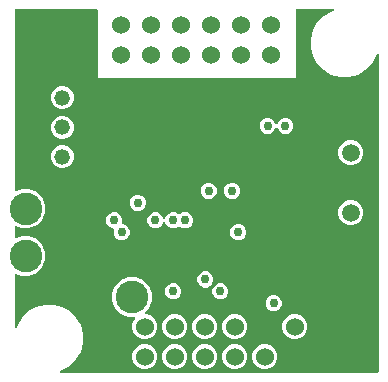
<source format=gbr>
G04 EAGLE Gerber RS-274X export*
G75*
%MOMM*%
%FSLAX34Y34*%
%LPD*%
%INCopper Layer 15*%
%IPPOS*%
%AMOC8*
5,1,8,0,0,1.08239X$1,22.5*%
G01*
%ADD10C,1.320800*%
%ADD11C,1.508000*%
%ADD12C,2.760000*%
%ADD13C,1.524000*%
%ADD14C,0.756400*%

G36*
X318142Y10932D02*
X318142Y10932D01*
X318206Y10931D01*
X318281Y10952D01*
X318357Y10963D01*
X318416Y10989D01*
X318478Y11006D01*
X318544Y11047D01*
X318614Y11079D01*
X318663Y11121D01*
X318718Y11154D01*
X318770Y11212D01*
X318828Y11262D01*
X318864Y11316D01*
X318907Y11364D01*
X318940Y11433D01*
X318983Y11498D01*
X319002Y11560D01*
X319030Y11617D01*
X319041Y11687D01*
X319065Y11768D01*
X319066Y11853D01*
X319077Y11922D01*
X319077Y280191D01*
X319076Y280202D01*
X319077Y280213D01*
X319056Y280342D01*
X319037Y280471D01*
X319033Y280480D01*
X319031Y280491D01*
X318975Y280609D01*
X318921Y280727D01*
X318914Y280736D01*
X318910Y280745D01*
X318822Y280843D01*
X318738Y280942D01*
X318729Y280948D01*
X318722Y280956D01*
X318611Y281025D01*
X318502Y281096D01*
X318492Y281099D01*
X318482Y281105D01*
X318357Y281140D01*
X318232Y281179D01*
X318221Y281179D01*
X318211Y281182D01*
X318080Y281181D01*
X317950Y281182D01*
X317940Y281179D01*
X317929Y281179D01*
X317805Y281142D01*
X317678Y281107D01*
X317669Y281101D01*
X317659Y281098D01*
X317550Y281028D01*
X317438Y280959D01*
X317431Y280951D01*
X317422Y280945D01*
X317337Y280847D01*
X317249Y280750D01*
X317245Y280740D01*
X317238Y280732D01*
X317205Y280658D01*
X317126Y280496D01*
X317123Y280472D01*
X317113Y280450D01*
X316708Y278937D01*
X312934Y272402D01*
X307598Y267066D01*
X301063Y263292D01*
X293773Y261339D01*
X286227Y261339D01*
X278937Y263292D01*
X272402Y267066D01*
X267066Y272402D01*
X263292Y278937D01*
X261339Y286227D01*
X261339Y293773D01*
X263292Y301063D01*
X267066Y307598D01*
X272402Y312934D01*
X278937Y316708D01*
X280450Y317113D01*
X280460Y317117D01*
X280471Y317119D01*
X280589Y317172D01*
X280709Y317224D01*
X280718Y317230D01*
X280727Y317235D01*
X280827Y317320D01*
X280927Y317402D01*
X280933Y317411D01*
X280942Y317418D01*
X281014Y317528D01*
X281087Y317635D01*
X281090Y317645D01*
X281096Y317654D01*
X281134Y317779D01*
X281175Y317903D01*
X281175Y317914D01*
X281179Y317924D01*
X281180Y318054D01*
X281185Y318185D01*
X281182Y318195D01*
X281182Y318206D01*
X281148Y318332D01*
X281115Y318458D01*
X281110Y318467D01*
X281107Y318478D01*
X281039Y318589D01*
X280972Y318701D01*
X280965Y318708D01*
X280959Y318718D01*
X280862Y318805D01*
X280767Y318895D01*
X280758Y318899D01*
X280750Y318907D01*
X280633Y318963D01*
X280516Y319023D01*
X280506Y319025D01*
X280496Y319030D01*
X280417Y319042D01*
X280239Y319076D01*
X280215Y319074D01*
X280191Y319077D01*
X250000Y319077D01*
X249936Y319068D01*
X249872Y319069D01*
X249797Y319048D01*
X249721Y319037D01*
X249662Y319011D01*
X249600Y318994D01*
X249534Y318953D01*
X249464Y318921D01*
X249415Y318879D01*
X249360Y318846D01*
X249308Y318788D01*
X249250Y318738D01*
X249214Y318684D01*
X249171Y318636D01*
X249138Y318567D01*
X249095Y318502D01*
X249076Y318440D01*
X249048Y318383D01*
X249037Y318313D01*
X249013Y318232D01*
X249012Y318147D01*
X249001Y318078D01*
X249001Y260999D01*
X80999Y260999D01*
X80999Y318078D01*
X80990Y318142D01*
X80991Y318206D01*
X80970Y318281D01*
X80959Y318357D01*
X80933Y318416D01*
X80916Y318478D01*
X80875Y318544D01*
X80843Y318614D01*
X80801Y318663D01*
X80768Y318718D01*
X80710Y318770D01*
X80660Y318828D01*
X80606Y318864D01*
X80558Y318907D01*
X80489Y318940D01*
X80424Y318983D01*
X80362Y319002D01*
X80305Y319030D01*
X80235Y319041D01*
X80154Y319065D01*
X80069Y319066D01*
X80000Y319077D01*
X11922Y319077D01*
X11858Y319068D01*
X11794Y319069D01*
X11719Y319048D01*
X11643Y319037D01*
X11584Y319011D01*
X11522Y318994D01*
X11456Y318953D01*
X11386Y318921D01*
X11337Y318879D01*
X11282Y318846D01*
X11230Y318788D01*
X11172Y318738D01*
X11136Y318684D01*
X11093Y318636D01*
X11060Y318567D01*
X11017Y318502D01*
X10998Y318440D01*
X10970Y318383D01*
X10959Y318313D01*
X10935Y318232D01*
X10934Y318147D01*
X10923Y318078D01*
X10923Y165921D01*
X10939Y165803D01*
X10951Y165685D01*
X10959Y165664D01*
X10963Y165641D01*
X11011Y165533D01*
X11055Y165423D01*
X11069Y165405D01*
X11079Y165384D01*
X11156Y165294D01*
X11229Y165201D01*
X11247Y165187D01*
X11262Y165170D01*
X11362Y165105D01*
X11458Y165036D01*
X11479Y165028D01*
X11498Y165016D01*
X11612Y164981D01*
X11723Y164941D01*
X11746Y164940D01*
X11768Y164933D01*
X11886Y164932D01*
X12005Y164925D01*
X12026Y164930D01*
X12050Y164929D01*
X12229Y164979D01*
X12304Y164997D01*
X16658Y166801D01*
X23342Y166801D01*
X29517Y164243D01*
X34243Y159517D01*
X36801Y153342D01*
X36801Y146658D01*
X34243Y140483D01*
X29517Y135757D01*
X23342Y133199D01*
X16658Y133199D01*
X12304Y135003D01*
X12190Y135032D01*
X12076Y135067D01*
X12053Y135067D01*
X12031Y135073D01*
X11913Y135069D01*
X11794Y135071D01*
X11772Y135064D01*
X11749Y135064D01*
X11637Y135027D01*
X11522Y134995D01*
X11503Y134983D01*
X11481Y134976D01*
X11383Y134910D01*
X11282Y134847D01*
X11267Y134830D01*
X11248Y134817D01*
X11173Y134726D01*
X11093Y134638D01*
X11083Y134617D01*
X11069Y134600D01*
X11022Y134491D01*
X10970Y134384D01*
X10967Y134363D01*
X10957Y134341D01*
X10935Y134156D01*
X10923Y134079D01*
X10923Y125921D01*
X10939Y125803D01*
X10951Y125685D01*
X10959Y125664D01*
X10963Y125641D01*
X11011Y125533D01*
X11055Y125423D01*
X11069Y125405D01*
X11079Y125384D01*
X11156Y125294D01*
X11229Y125201D01*
X11247Y125187D01*
X11262Y125170D01*
X11362Y125105D01*
X11458Y125036D01*
X11479Y125028D01*
X11498Y125016D01*
X11612Y124981D01*
X11723Y124941D01*
X11746Y124940D01*
X11768Y124933D01*
X11886Y124932D01*
X12005Y124925D01*
X12026Y124930D01*
X12050Y124929D01*
X12229Y124979D01*
X12304Y124997D01*
X16658Y126801D01*
X23342Y126801D01*
X29517Y124243D01*
X34243Y119517D01*
X36801Y113342D01*
X36801Y106658D01*
X34243Y100483D01*
X29517Y95757D01*
X23342Y93199D01*
X16658Y93199D01*
X12304Y95003D01*
X12190Y95032D01*
X12076Y95067D01*
X12053Y95067D01*
X12031Y95073D01*
X11913Y95069D01*
X11794Y95071D01*
X11772Y95064D01*
X11749Y95064D01*
X11637Y95027D01*
X11522Y94995D01*
X11503Y94983D01*
X11481Y94976D01*
X11383Y94910D01*
X11282Y94847D01*
X11267Y94830D01*
X11248Y94817D01*
X11173Y94726D01*
X11093Y94638D01*
X11083Y94617D01*
X11069Y94600D01*
X11022Y94491D01*
X10970Y94384D01*
X10967Y94363D01*
X10957Y94341D01*
X10935Y94156D01*
X10923Y94079D01*
X10923Y49809D01*
X10924Y49798D01*
X10923Y49787D01*
X10944Y49658D01*
X10963Y49529D01*
X10967Y49520D01*
X10969Y49509D01*
X11025Y49391D01*
X11079Y49273D01*
X11086Y49264D01*
X11090Y49255D01*
X11178Y49157D01*
X11262Y49058D01*
X11271Y49052D01*
X11278Y49044D01*
X11389Y48975D01*
X11498Y48904D01*
X11508Y48901D01*
X11518Y48895D01*
X11643Y48860D01*
X11768Y48821D01*
X11779Y48821D01*
X11789Y48818D01*
X11920Y48819D01*
X12050Y48818D01*
X12060Y48821D01*
X12071Y48821D01*
X12195Y48858D01*
X12322Y48893D01*
X12331Y48899D01*
X12341Y48902D01*
X12450Y48972D01*
X12562Y49041D01*
X12569Y49049D01*
X12578Y49055D01*
X12663Y49153D01*
X12751Y49250D01*
X12755Y49260D01*
X12762Y49268D01*
X12795Y49342D01*
X12874Y49504D01*
X12877Y49528D01*
X12887Y49550D01*
X13292Y51063D01*
X17066Y57598D01*
X22402Y62934D01*
X28937Y66708D01*
X36227Y68661D01*
X43773Y68661D01*
X51063Y66708D01*
X57598Y62934D01*
X62934Y57598D01*
X66708Y51063D01*
X68661Y43773D01*
X68661Y36227D01*
X66708Y28937D01*
X62934Y22402D01*
X57598Y17066D01*
X51063Y13292D01*
X49550Y12887D01*
X49540Y12883D01*
X49529Y12881D01*
X49411Y12828D01*
X49291Y12776D01*
X49282Y12770D01*
X49273Y12765D01*
X49173Y12680D01*
X49073Y12598D01*
X49067Y12589D01*
X49058Y12582D01*
X48986Y12472D01*
X48913Y12365D01*
X48910Y12355D01*
X48904Y12346D01*
X48866Y12221D01*
X48825Y12097D01*
X48825Y12086D01*
X48821Y12076D01*
X48820Y11946D01*
X48815Y11815D01*
X48818Y11805D01*
X48818Y11794D01*
X48852Y11668D01*
X48885Y11542D01*
X48890Y11533D01*
X48893Y11522D01*
X48961Y11411D01*
X49028Y11299D01*
X49035Y11292D01*
X49041Y11282D01*
X49138Y11195D01*
X49233Y11105D01*
X49242Y11101D01*
X49250Y11093D01*
X49367Y11037D01*
X49484Y10977D01*
X49494Y10975D01*
X49504Y10970D01*
X49583Y10958D01*
X49761Y10924D01*
X49785Y10926D01*
X49809Y10923D01*
X318078Y10923D01*
X318142Y10932D01*
G37*
%LPC*%
G36*
X118887Y39379D02*
X118887Y39379D01*
X114984Y40996D01*
X111996Y43984D01*
X110379Y47887D01*
X110379Y52113D01*
X111996Y56016D01*
X112473Y56493D01*
X112493Y56519D01*
X112517Y56540D01*
X112577Y56632D01*
X112643Y56719D01*
X112654Y56749D01*
X112672Y56776D01*
X112704Y56881D01*
X112742Y56983D01*
X112745Y57015D01*
X112754Y57046D01*
X112756Y57155D01*
X112764Y57264D01*
X112757Y57296D01*
X112758Y57328D01*
X112729Y57433D01*
X112706Y57540D01*
X112691Y57569D01*
X112683Y57600D01*
X112625Y57693D01*
X112574Y57789D01*
X112552Y57812D01*
X112535Y57840D01*
X112453Y57913D01*
X112377Y57991D01*
X112349Y58007D01*
X112325Y58029D01*
X112227Y58076D01*
X112132Y58130D01*
X112100Y58138D01*
X112071Y58152D01*
X111982Y58166D01*
X111857Y58195D01*
X111809Y58193D01*
X111767Y58199D01*
X106658Y58199D01*
X100483Y60757D01*
X95757Y65483D01*
X93199Y71658D01*
X93199Y78342D01*
X95757Y84517D01*
X100483Y89243D01*
X106658Y91801D01*
X113342Y91801D01*
X119517Y89243D01*
X124243Y84517D01*
X126801Y78342D01*
X126801Y71658D01*
X124243Y65483D01*
X121086Y62327D01*
X121067Y62301D01*
X121043Y62280D01*
X120983Y62188D01*
X120917Y62101D01*
X120906Y62071D01*
X120888Y62044D01*
X120856Y61939D01*
X120818Y61837D01*
X120815Y61805D01*
X120806Y61774D01*
X120804Y61665D01*
X120796Y61556D01*
X120802Y61524D01*
X120802Y61492D01*
X120831Y61387D01*
X120853Y61280D01*
X120868Y61251D01*
X120877Y61220D01*
X120935Y61127D01*
X120986Y61031D01*
X121008Y61008D01*
X121025Y60980D01*
X121106Y60907D01*
X121183Y60829D01*
X121211Y60813D01*
X121235Y60791D01*
X121333Y60744D01*
X121428Y60690D01*
X121459Y60682D01*
X121488Y60668D01*
X121578Y60654D01*
X121702Y60625D01*
X121751Y60627D01*
X121793Y60621D01*
X123113Y60621D01*
X127016Y59004D01*
X130004Y56016D01*
X131621Y52113D01*
X131621Y47887D01*
X130004Y43984D01*
X127016Y40996D01*
X123113Y39379D01*
X118887Y39379D01*
G37*
%LPD*%
%LPC*%
G36*
X128651Y133217D02*
X128651Y133217D01*
X126158Y134250D01*
X124250Y136158D01*
X123217Y138651D01*
X123217Y141349D01*
X124250Y143842D01*
X126158Y145750D01*
X128651Y146783D01*
X131349Y146783D01*
X133842Y145750D01*
X135750Y143842D01*
X136577Y141846D01*
X136593Y141818D01*
X136603Y141788D01*
X136665Y141698D01*
X136720Y141604D01*
X136744Y141582D01*
X136762Y141555D01*
X136847Y141485D01*
X136926Y141411D01*
X136955Y141396D01*
X136980Y141376D01*
X137080Y141332D01*
X137178Y141283D01*
X137209Y141277D01*
X137239Y141264D01*
X137347Y141251D01*
X137455Y141230D01*
X137487Y141234D01*
X137519Y141230D01*
X137627Y141247D01*
X137735Y141258D01*
X137765Y141270D01*
X137797Y141275D01*
X137896Y141322D01*
X137997Y141362D01*
X138023Y141382D01*
X138052Y141396D01*
X138134Y141468D01*
X138220Y141536D01*
X138239Y141562D01*
X138263Y141583D01*
X138310Y141660D01*
X138385Y141764D01*
X138401Y141810D01*
X138423Y141846D01*
X139250Y143842D01*
X141158Y145750D01*
X143651Y146783D01*
X146349Y146783D01*
X148842Y145750D01*
X149293Y145299D01*
X149345Y145260D01*
X149390Y145214D01*
X149457Y145176D01*
X149519Y145130D01*
X149579Y145107D01*
X149635Y145075D01*
X149710Y145057D01*
X149783Y145030D01*
X149847Y145025D01*
X149909Y145010D01*
X149987Y145014D01*
X150064Y145008D01*
X150127Y145021D01*
X150191Y145025D01*
X150264Y145050D01*
X150340Y145066D01*
X150397Y145096D01*
X150458Y145117D01*
X150514Y145158D01*
X150589Y145198D01*
X150650Y145257D01*
X150707Y145299D01*
X151158Y145750D01*
X153651Y146783D01*
X156349Y146783D01*
X158842Y145750D01*
X160750Y143842D01*
X161783Y141349D01*
X161783Y138651D01*
X160750Y136158D01*
X158842Y134250D01*
X156349Y133217D01*
X153651Y133217D01*
X151158Y134250D01*
X150707Y134701D01*
X150655Y134740D01*
X150610Y134786D01*
X150543Y134824D01*
X150481Y134870D01*
X150421Y134893D01*
X150365Y134925D01*
X150290Y134943D01*
X150217Y134970D01*
X150153Y134975D01*
X150090Y134990D01*
X150013Y134986D01*
X149936Y134992D01*
X149873Y134979D01*
X149809Y134975D01*
X149736Y134950D01*
X149660Y134934D01*
X149603Y134904D01*
X149542Y134883D01*
X149486Y134842D01*
X149411Y134802D01*
X149350Y134743D01*
X149293Y134701D01*
X148842Y134250D01*
X146349Y133217D01*
X143651Y133217D01*
X141158Y134250D01*
X139250Y136158D01*
X138423Y138154D01*
X138407Y138181D01*
X138397Y138212D01*
X138335Y138303D01*
X138280Y138396D01*
X138256Y138418D01*
X138238Y138445D01*
X138154Y138515D01*
X138074Y138589D01*
X138045Y138604D01*
X138020Y138624D01*
X137920Y138668D01*
X137822Y138717D01*
X137791Y138723D01*
X137761Y138736D01*
X137653Y138749D01*
X137545Y138770D01*
X137513Y138766D01*
X137481Y138770D01*
X137373Y138753D01*
X137265Y138742D01*
X137235Y138730D01*
X137203Y138725D01*
X137104Y138678D01*
X137003Y138638D01*
X136977Y138618D01*
X136948Y138604D01*
X136866Y138532D01*
X136780Y138464D01*
X136761Y138438D01*
X136737Y138417D01*
X136690Y138340D01*
X136615Y138236D01*
X136599Y138190D01*
X136577Y138154D01*
X135750Y136158D01*
X133842Y134250D01*
X131349Y133217D01*
X128651Y133217D01*
G37*
%LPD*%
%LPC*%
G36*
X169687Y13979D02*
X169687Y13979D01*
X165784Y15596D01*
X162796Y18584D01*
X161179Y22487D01*
X161179Y26713D01*
X162796Y30616D01*
X165784Y33604D01*
X169687Y35221D01*
X173913Y35221D01*
X177816Y33604D01*
X180804Y30616D01*
X182421Y26713D01*
X182421Y22487D01*
X180804Y18584D01*
X177816Y15596D01*
X173913Y13979D01*
X169687Y13979D01*
G37*
%LPD*%
%LPC*%
G36*
X245887Y39379D02*
X245887Y39379D01*
X241984Y40996D01*
X238996Y43984D01*
X237379Y47887D01*
X237379Y52113D01*
X238996Y56016D01*
X241984Y59004D01*
X245887Y60621D01*
X250113Y60621D01*
X254016Y59004D01*
X257004Y56016D01*
X258621Y52113D01*
X258621Y47887D01*
X257004Y43984D01*
X254016Y40996D01*
X250113Y39379D01*
X245887Y39379D01*
G37*
%LPD*%
%LPC*%
G36*
X195087Y39379D02*
X195087Y39379D01*
X191184Y40996D01*
X188196Y43984D01*
X186579Y47887D01*
X186579Y52113D01*
X188196Y56016D01*
X191184Y59004D01*
X195087Y60621D01*
X199313Y60621D01*
X203216Y59004D01*
X206204Y56016D01*
X207821Y52113D01*
X207821Y47887D01*
X206204Y43984D01*
X203216Y40996D01*
X199313Y39379D01*
X195087Y39379D01*
G37*
%LPD*%
%LPC*%
G36*
X195087Y13979D02*
X195087Y13979D01*
X191184Y15596D01*
X188196Y18584D01*
X186579Y22487D01*
X186579Y26713D01*
X188196Y30616D01*
X191184Y33604D01*
X195087Y35221D01*
X199313Y35221D01*
X203216Y33604D01*
X206204Y30616D01*
X207821Y26713D01*
X207821Y22487D01*
X206204Y18584D01*
X203216Y15596D01*
X199313Y13979D01*
X195087Y13979D01*
G37*
%LPD*%
%LPC*%
G36*
X220487Y13979D02*
X220487Y13979D01*
X216584Y15596D01*
X213596Y18584D01*
X211979Y22487D01*
X211979Y26713D01*
X213596Y30616D01*
X216584Y33604D01*
X220487Y35221D01*
X224713Y35221D01*
X228616Y33604D01*
X231604Y30616D01*
X233221Y26713D01*
X233221Y22487D01*
X231604Y18584D01*
X228616Y15596D01*
X224713Y13979D01*
X220487Y13979D01*
G37*
%LPD*%
%LPC*%
G36*
X118887Y13979D02*
X118887Y13979D01*
X114984Y15596D01*
X111996Y18584D01*
X110379Y22487D01*
X110379Y26713D01*
X111996Y30616D01*
X114984Y33604D01*
X118887Y35221D01*
X123113Y35221D01*
X127016Y33604D01*
X130004Y30616D01*
X131621Y26713D01*
X131621Y22487D01*
X130004Y18584D01*
X127016Y15596D01*
X123113Y13979D01*
X118887Y13979D01*
G37*
%LPD*%
%LPC*%
G36*
X144287Y39379D02*
X144287Y39379D01*
X140384Y40996D01*
X137396Y43984D01*
X135779Y47887D01*
X135779Y52113D01*
X137396Y56016D01*
X140384Y59004D01*
X144287Y60621D01*
X148513Y60621D01*
X152416Y59004D01*
X155404Y56016D01*
X157021Y52113D01*
X157021Y47887D01*
X155404Y43984D01*
X152416Y40996D01*
X148513Y39379D01*
X144287Y39379D01*
G37*
%LPD*%
%LPC*%
G36*
X169687Y39379D02*
X169687Y39379D01*
X165784Y40996D01*
X162796Y43984D01*
X161179Y47887D01*
X161179Y52113D01*
X162796Y56016D01*
X165784Y59004D01*
X169687Y60621D01*
X173913Y60621D01*
X177816Y59004D01*
X180804Y56016D01*
X182421Y52113D01*
X182421Y47887D01*
X180804Y43984D01*
X177816Y40996D01*
X173913Y39379D01*
X169687Y39379D01*
G37*
%LPD*%
%LPC*%
G36*
X144287Y13979D02*
X144287Y13979D01*
X140384Y15596D01*
X137396Y18584D01*
X135779Y22487D01*
X135779Y26713D01*
X137396Y30616D01*
X140384Y33604D01*
X144287Y35221D01*
X148513Y35221D01*
X152416Y33604D01*
X155404Y30616D01*
X157021Y26713D01*
X157021Y22487D01*
X155404Y18584D01*
X152416Y15596D01*
X148513Y13979D01*
X144287Y13979D01*
G37*
%LPD*%
%LPC*%
G36*
X293403Y186859D02*
X293403Y186859D01*
X289529Y188464D01*
X286564Y191429D01*
X284959Y195303D01*
X284959Y199497D01*
X286564Y203371D01*
X289529Y206336D01*
X293403Y207941D01*
X297597Y207941D01*
X301471Y206336D01*
X304436Y203371D01*
X306041Y199497D01*
X306041Y195303D01*
X304436Y191429D01*
X301471Y188464D01*
X297597Y186859D01*
X293403Y186859D01*
G37*
%LPD*%
%LPC*%
G36*
X293403Y136059D02*
X293403Y136059D01*
X289529Y137664D01*
X286564Y140629D01*
X284959Y144503D01*
X284959Y148697D01*
X286564Y152571D01*
X289529Y155536D01*
X293403Y157141D01*
X297597Y157141D01*
X301471Y155536D01*
X304436Y152571D01*
X306041Y148697D01*
X306041Y144503D01*
X304436Y140629D01*
X301471Y137664D01*
X297597Y136059D01*
X293403Y136059D01*
G37*
%LPD*%
%LPC*%
G36*
X223651Y213217D02*
X223651Y213217D01*
X221158Y214250D01*
X219250Y216158D01*
X218217Y218651D01*
X218217Y221349D01*
X219250Y223842D01*
X221158Y225750D01*
X223651Y226783D01*
X226349Y226783D01*
X228842Y225750D01*
X230750Y223842D01*
X231577Y221846D01*
X231593Y221818D01*
X231603Y221788D01*
X231665Y221698D01*
X231720Y221604D01*
X231744Y221582D01*
X231762Y221555D01*
X231847Y221485D01*
X231926Y221411D01*
X231955Y221396D01*
X231980Y221376D01*
X232080Y221332D01*
X232178Y221283D01*
X232209Y221277D01*
X232239Y221264D01*
X232347Y221251D01*
X232455Y221230D01*
X232487Y221234D01*
X232519Y221230D01*
X232627Y221247D01*
X232735Y221258D01*
X232765Y221270D01*
X232797Y221275D01*
X232896Y221322D01*
X232997Y221362D01*
X233023Y221382D01*
X233052Y221396D01*
X233134Y221468D01*
X233220Y221536D01*
X233239Y221562D01*
X233263Y221583D01*
X233310Y221660D01*
X233385Y221764D01*
X233401Y221810D01*
X233423Y221846D01*
X234250Y223842D01*
X236158Y225750D01*
X238651Y226783D01*
X241349Y226783D01*
X243842Y225750D01*
X245750Y223842D01*
X246783Y221349D01*
X246783Y218651D01*
X245750Y216158D01*
X243842Y214250D01*
X241349Y213217D01*
X238651Y213217D01*
X236158Y214250D01*
X234250Y216158D01*
X233423Y218154D01*
X233419Y218160D01*
X233417Y218167D01*
X233405Y218188D01*
X233397Y218212D01*
X233335Y218303D01*
X233280Y218396D01*
X233271Y218405D01*
X233269Y218407D01*
X233255Y218420D01*
X233238Y218445D01*
X233154Y218515D01*
X233074Y218589D01*
X233045Y218604D01*
X233020Y218624D01*
X232920Y218668D01*
X232822Y218717D01*
X232791Y218723D01*
X232761Y218736D01*
X232653Y218749D01*
X232545Y218770D01*
X232513Y218766D01*
X232481Y218770D01*
X232373Y218753D01*
X232265Y218742D01*
X232235Y218730D01*
X232203Y218725D01*
X232104Y218678D01*
X232003Y218638D01*
X231977Y218618D01*
X231948Y218604D01*
X231866Y218532D01*
X231780Y218464D01*
X231762Y218440D01*
X231748Y218427D01*
X231747Y218425D01*
X231737Y218417D01*
X231690Y218340D01*
X231615Y218236D01*
X231607Y218211D01*
X231594Y218191D01*
X231587Y218171D01*
X231577Y218154D01*
X230750Y216158D01*
X228842Y214250D01*
X226349Y213217D01*
X223651Y213217D01*
G37*
%LPD*%
%LPC*%
G36*
X49090Y234433D02*
X49090Y234433D01*
X45559Y235896D01*
X42858Y238597D01*
X41395Y242127D01*
X41395Y245948D01*
X42858Y249479D01*
X45559Y252180D01*
X49090Y253643D01*
X52910Y253643D01*
X56441Y252180D01*
X59142Y249479D01*
X60605Y245948D01*
X60605Y242127D01*
X59142Y238597D01*
X56441Y235896D01*
X52910Y234433D01*
X49090Y234433D01*
G37*
%LPD*%
%LPC*%
G36*
X49090Y209287D02*
X49090Y209287D01*
X45559Y210750D01*
X42858Y213451D01*
X41395Y216981D01*
X41395Y220802D01*
X42858Y224333D01*
X45559Y227034D01*
X49090Y228497D01*
X52910Y228497D01*
X56441Y227034D01*
X59142Y224333D01*
X60605Y220802D01*
X60605Y216981D01*
X59142Y213451D01*
X56441Y210750D01*
X52910Y209287D01*
X49090Y209287D01*
G37*
%LPD*%
%LPC*%
G36*
X49090Y184395D02*
X49090Y184395D01*
X45559Y185858D01*
X42858Y188559D01*
X41395Y192089D01*
X41395Y195910D01*
X42858Y199441D01*
X45559Y202142D01*
X49090Y203605D01*
X52910Y203605D01*
X56441Y202142D01*
X59142Y199441D01*
X60605Y195910D01*
X60605Y192089D01*
X59142Y188559D01*
X56441Y185858D01*
X52910Y184395D01*
X49090Y184395D01*
G37*
%LPD*%
%LPC*%
G36*
X99973Y123217D02*
X99973Y123217D01*
X97480Y124250D01*
X95572Y126158D01*
X94539Y128651D01*
X94539Y131349D01*
X94741Y131836D01*
X94770Y131950D01*
X94805Y132064D01*
X94805Y132087D01*
X94811Y132109D01*
X94807Y132227D01*
X94809Y132346D01*
X94803Y132368D01*
X94802Y132391D01*
X94765Y132503D01*
X94733Y132618D01*
X94721Y132637D01*
X94714Y132659D01*
X94648Y132757D01*
X94585Y132858D01*
X94568Y132873D01*
X94555Y132892D01*
X94464Y132967D01*
X94376Y133047D01*
X94355Y133057D01*
X94338Y133071D01*
X94229Y133118D01*
X94122Y133170D01*
X94101Y133173D01*
X94079Y133183D01*
X93894Y133205D01*
X93818Y133217D01*
X93651Y133217D01*
X91158Y134250D01*
X89250Y136158D01*
X88217Y138651D01*
X88217Y141349D01*
X89250Y143842D01*
X91158Y145750D01*
X93651Y146783D01*
X96349Y146783D01*
X98842Y145750D01*
X100750Y143842D01*
X101783Y141349D01*
X101783Y138651D01*
X101581Y138164D01*
X101552Y138050D01*
X101517Y137936D01*
X101517Y137913D01*
X101511Y137891D01*
X101515Y137773D01*
X101513Y137654D01*
X101519Y137632D01*
X101520Y137609D01*
X101557Y137497D01*
X101589Y137382D01*
X101601Y137363D01*
X101608Y137341D01*
X101674Y137243D01*
X101737Y137142D01*
X101754Y137127D01*
X101767Y137108D01*
X101858Y137033D01*
X101946Y136953D01*
X101967Y136943D01*
X101984Y136929D01*
X102093Y136882D01*
X102200Y136830D01*
X102221Y136827D01*
X102243Y136817D01*
X102428Y136795D01*
X102504Y136783D01*
X102671Y136783D01*
X105164Y135750D01*
X107072Y133842D01*
X108105Y131349D01*
X108105Y128651D01*
X107072Y126158D01*
X105164Y124250D01*
X102671Y123217D01*
X99973Y123217D01*
G37*
%LPD*%
%LPC*%
G36*
X228651Y63217D02*
X228651Y63217D01*
X226158Y64250D01*
X224250Y66158D01*
X223217Y68651D01*
X223217Y71349D01*
X224250Y73842D01*
X226158Y75750D01*
X228651Y76783D01*
X231349Y76783D01*
X233842Y75750D01*
X235750Y73842D01*
X236783Y71349D01*
X236783Y68651D01*
X235750Y66158D01*
X233842Y64250D01*
X231349Y63217D01*
X228651Y63217D01*
G37*
%LPD*%
%LPC*%
G36*
X183651Y73217D02*
X183651Y73217D01*
X181158Y74250D01*
X179250Y76158D01*
X178217Y78651D01*
X178217Y81349D01*
X179250Y83842D01*
X181158Y85750D01*
X183651Y86783D01*
X186349Y86783D01*
X188842Y85750D01*
X190750Y83842D01*
X191783Y81349D01*
X191783Y78651D01*
X190750Y76158D01*
X188842Y74250D01*
X186349Y73217D01*
X183651Y73217D01*
G37*
%LPD*%
%LPC*%
G36*
X143651Y73217D02*
X143651Y73217D01*
X141158Y74250D01*
X139250Y76158D01*
X138217Y78651D01*
X138217Y81349D01*
X139250Y83842D01*
X141158Y85750D01*
X143651Y86783D01*
X146349Y86783D01*
X148842Y85750D01*
X150750Y83842D01*
X151783Y81349D01*
X151783Y78651D01*
X150750Y76158D01*
X148842Y74250D01*
X146349Y73217D01*
X143651Y73217D01*
G37*
%LPD*%
%LPC*%
G36*
X198651Y123217D02*
X198651Y123217D01*
X196158Y124250D01*
X194250Y126158D01*
X193217Y128651D01*
X193217Y131349D01*
X194250Y133842D01*
X196158Y135750D01*
X198651Y136783D01*
X201349Y136783D01*
X203842Y135750D01*
X205750Y133842D01*
X206783Y131349D01*
X206783Y128651D01*
X205750Y126158D01*
X203842Y124250D01*
X201349Y123217D01*
X198651Y123217D01*
G37*
%LPD*%
%LPC*%
G36*
X113651Y148217D02*
X113651Y148217D01*
X111158Y149250D01*
X109250Y151158D01*
X108217Y153651D01*
X108217Y156349D01*
X109250Y158842D01*
X111158Y160750D01*
X113651Y161783D01*
X116349Y161783D01*
X118842Y160750D01*
X120750Y158842D01*
X121783Y156349D01*
X121783Y153651D01*
X120750Y151158D01*
X118842Y149250D01*
X116349Y148217D01*
X113651Y148217D01*
G37*
%LPD*%
%LPC*%
G36*
X173651Y158217D02*
X173651Y158217D01*
X171158Y159250D01*
X169250Y161158D01*
X168217Y163651D01*
X168217Y166349D01*
X169250Y168842D01*
X171158Y170750D01*
X173651Y171783D01*
X176349Y171783D01*
X178842Y170750D01*
X180750Y168842D01*
X181783Y166349D01*
X181783Y163651D01*
X180750Y161158D01*
X178842Y159250D01*
X176349Y158217D01*
X173651Y158217D01*
G37*
%LPD*%
%LPC*%
G36*
X193651Y158217D02*
X193651Y158217D01*
X191158Y159250D01*
X189250Y161158D01*
X188217Y163651D01*
X188217Y166349D01*
X189250Y168842D01*
X191158Y170750D01*
X193651Y171783D01*
X196349Y171783D01*
X198842Y170750D01*
X200750Y168842D01*
X201783Y166349D01*
X201783Y163651D01*
X200750Y161158D01*
X198842Y159250D01*
X196349Y158217D01*
X193651Y158217D01*
G37*
%LPD*%
%LPC*%
G36*
X170951Y83217D02*
X170951Y83217D01*
X168458Y84250D01*
X166550Y86158D01*
X165517Y88651D01*
X165517Y91349D01*
X166550Y93842D01*
X168458Y95750D01*
X170951Y96783D01*
X173649Y96783D01*
X176142Y95750D01*
X178050Y93842D01*
X179083Y91349D01*
X179083Y88651D01*
X178050Y86158D01*
X176142Y84250D01*
X173649Y83217D01*
X170951Y83217D01*
G37*
%LPD*%
D10*
X51000Y194000D03*
X51000Y218892D03*
X51000Y244038D03*
D11*
X295500Y146600D03*
X295500Y172000D03*
X295500Y197400D03*
D12*
X75000Y150000D03*
X20000Y150000D03*
X110000Y75000D03*
X20000Y110000D03*
D13*
X248000Y50000D03*
X248000Y24600D03*
X222600Y50000D03*
X222600Y24600D03*
X197200Y50000D03*
X197200Y24600D03*
X171800Y50000D03*
X171800Y24600D03*
X146400Y50000D03*
X146400Y24600D03*
X121000Y50000D03*
X121000Y24600D03*
X101000Y280000D03*
X101000Y305400D03*
X126400Y280000D03*
X126400Y305400D03*
X151800Y280000D03*
X151800Y305400D03*
X177200Y280000D03*
X177200Y305400D03*
X202600Y280000D03*
X202600Y305400D03*
X228000Y280000D03*
X228000Y305400D03*
D14*
X145000Y140000D03*
X200000Y130000D03*
X215000Y155000D03*
X190000Y195000D03*
X150000Y195000D03*
X15000Y290000D03*
X225000Y101000D03*
X231306Y200000D03*
X251306Y200000D03*
X211306Y200000D03*
X225000Y220000D03*
X172300Y90000D03*
X195000Y165000D03*
X155000Y140000D03*
X101322Y130000D03*
X130000Y140000D03*
X95000Y140000D03*
X115000Y155000D03*
X175000Y165000D03*
X185000Y80000D03*
X145000Y80000D03*
X230000Y70000D03*
X240000Y220000D03*
M02*

</source>
